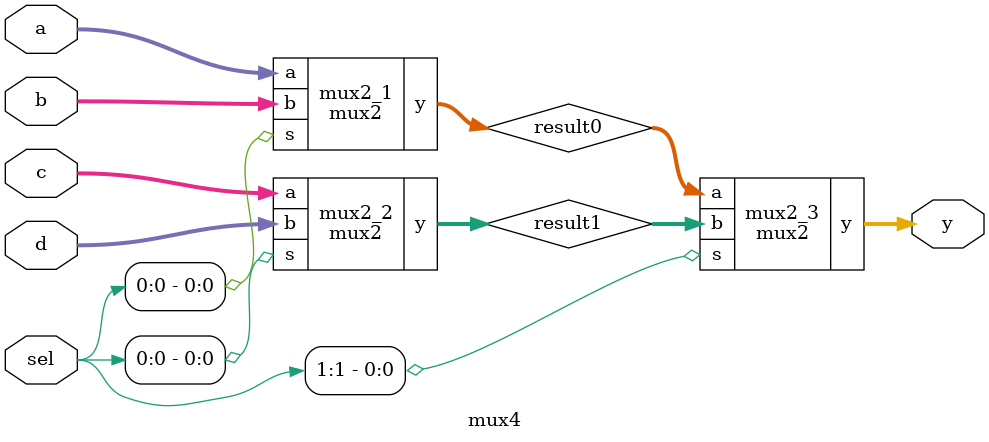
<source format=v>
`timescale 1ns / 1ps 

module mux2 #( parameter WIDTH = 32 )    //数据宽度
       ( output [ WIDTH - 1: 0 ] y,    //输出数据
         input [ WIDTH - 1: 0 ] a, b,    //两路输入数据
         input s //数据选择控制
       );
assign y = s ? b : a;
endmodule


module mux4 #( parameter WIDTH = 32 )    //数据宽度
  ( output [ WIDTH - 1: 0 ] y,    //输出数据
    input [ WIDTH - 1: 0 ] a, b, c, d ,//两路输入数据
    input [ 1: 0 ] sel //数据选择控制
  );
wire [ WIDTH - 1: 0 ] result0, result1;
mux2 mux2_1( .y( result0 ), .a( a ), .b( b ), .s( sel[ 0 ] ) );
mux2 mux2_2( .y( result1 ), .a( c ), .b( d ), .s( sel[ 0 ] ) );
mux2 mux2_3( .y( y ), .a( result0 ), .b( result1 ), .s( sel[ 1 ] ) );
endmodule

</source>
